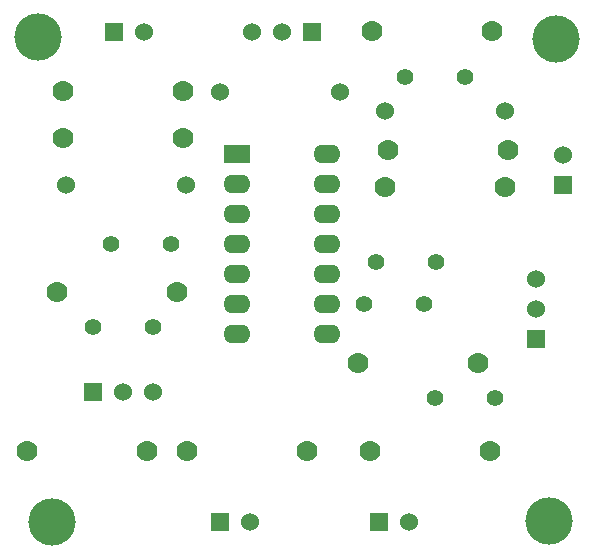
<source format=gbs>
%FSLAX34Y34*%
G04 Gerber Fmt 3.4, Leading zero omitted, Abs format*
G04 (created by PCBNEW (2014-02-26 BZR 4721)-product) date Wednesday, 27 May 2015 16:47:44*
%MOIN*%
G01*
G70*
G90*
G04 APERTURE LIST*
%ADD10C,0.005906*%
%ADD11C,0.055000*%
%ADD12C,0.060000*%
%ADD13R,0.060000X0.060000*%
%ADD14R,0.090000X0.062000*%
%ADD15O,0.090000X0.062000*%
%ADD16C,0.070000*%
%ADD17C,0.157480*%
G04 APERTURE END LIST*
G54D10*
G54D11*
X53165Y-44881D03*
X51165Y-44881D03*
X62023Y-45472D03*
X60023Y-45472D03*
X60968Y-39291D03*
X62968Y-39291D03*
X52574Y-47637D03*
X50574Y-47637D03*
X59629Y-46850D03*
X61629Y-46850D03*
X63992Y-50000D03*
X61992Y-50000D03*
G54D12*
X54811Y-39803D03*
X58811Y-39803D03*
X53692Y-42913D03*
X49692Y-42913D03*
X60322Y-40433D03*
X64322Y-40433D03*
G54D13*
X51271Y-37795D03*
G54D12*
X52271Y-37795D03*
G54D13*
X54814Y-54133D03*
G54D12*
X55814Y-54133D03*
G54D13*
X60129Y-54133D03*
G54D12*
X61129Y-54133D03*
G54D13*
X66259Y-42901D03*
G54D12*
X66259Y-41901D03*
G54D13*
X57889Y-37795D03*
G54D12*
X56889Y-37795D03*
X55889Y-37795D03*
G54D13*
X50574Y-49803D03*
G54D12*
X51574Y-49803D03*
X52574Y-49803D03*
G54D13*
X65354Y-48047D03*
G54D12*
X65354Y-47047D03*
X65354Y-46047D03*
G54D14*
X55389Y-41881D03*
G54D15*
X55389Y-42881D03*
X55389Y-43881D03*
X55389Y-44881D03*
X55389Y-45881D03*
X55389Y-46881D03*
X55389Y-47881D03*
X58389Y-47881D03*
X58389Y-46881D03*
X58389Y-45881D03*
X58389Y-44881D03*
X58389Y-43881D03*
X58389Y-42881D03*
X58389Y-41881D03*
G54D16*
X53574Y-39763D03*
X49574Y-39763D03*
X49574Y-41338D03*
X53574Y-41338D03*
X59889Y-37755D03*
X63889Y-37755D03*
X53377Y-46456D03*
X49377Y-46456D03*
X59417Y-48818D03*
X63417Y-48818D03*
X63811Y-51771D03*
X59811Y-51771D03*
X48393Y-51771D03*
X52393Y-51771D03*
X57708Y-51771D03*
X53708Y-51771D03*
X60401Y-41732D03*
X64401Y-41732D03*
X64322Y-42952D03*
X60322Y-42952D03*
G54D17*
X66023Y-38031D03*
X65787Y-54094D03*
X48740Y-37952D03*
X49212Y-54133D03*
M02*

</source>
